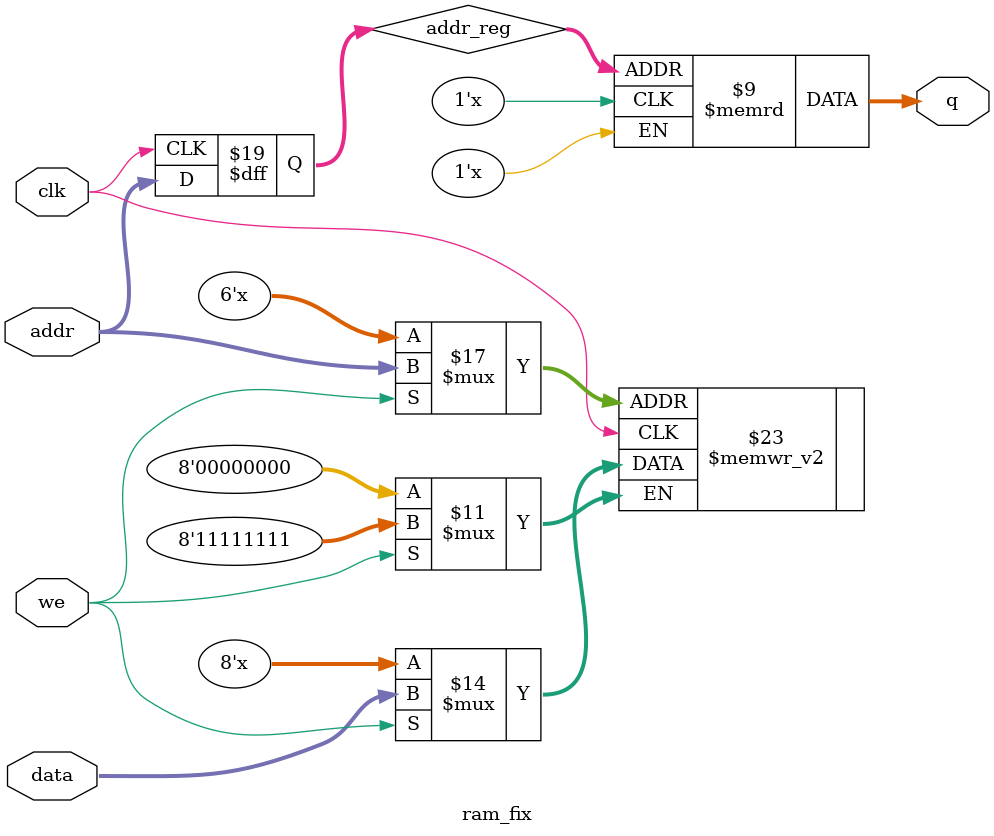
<source format=v>
module ram_fix # (parameter ADDR_WIDTH = 6, DATA_WIDTH = 8)
(
	input [DATA_WIDTH-1:0] data,
	input [ADDR_WIDTH-1:0] addr,
	input we, clk,
	output [DATA_WIDTH-1:0] q
);

	parameter RAM_DEPTH = 1 << ADDR_WIDTH;

	reg [DATA_WIDTH-1:0] ram[RAM_DEPTH-1:0];
	
	reg [ADDR_WIDTH-1:0] addr_reg;
	
	always @ (posedge clk)
	begin
		if (we)
			ram[addr] <= data;
		
		addr_reg <= addr;
	end
		
	assign q = ram[addr_reg];
	
endmodule

</source>
